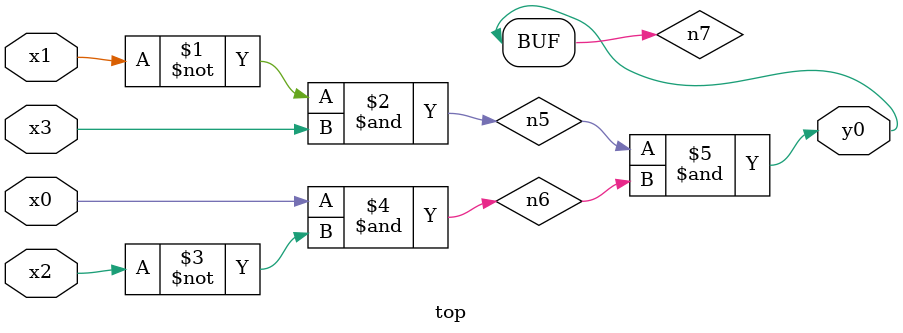
<source format=v>
module top( x0 , x1 , x2 , x3 , y0 );
  input x0 , x1 , x2 , x3 ;
  output y0 ;
  wire n5 , n6 , n7 ;
  assign n5 = ~x1 & x3 ;
  assign n6 = x0 & ~x2 ;
  assign n7 = n5 & n6 ;
  assign y0 = n7 ;
endmodule

</source>
